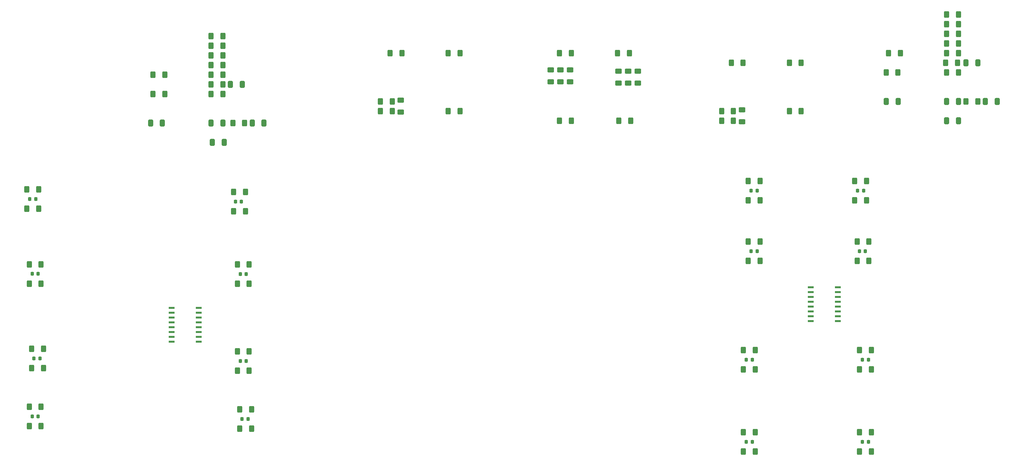
<source format=gbr>
%TF.GenerationSoftware,KiCad,Pcbnew,(6.0.5)*%
%TF.CreationDate,2023-04-26T04:57:18-04:00*%
%TF.ProjectId,as3340,61733333-3430-42e6-9b69-6361645f7063,rev?*%
%TF.SameCoordinates,Original*%
%TF.FileFunction,Paste,Top*%
%TF.FilePolarity,Positive*%
%FSLAX46Y46*%
G04 Gerber Fmt 4.6, Leading zero omitted, Abs format (unit mm)*
G04 Created by KiCad (PCBNEW (6.0.5)) date 2023-04-26 04:57:18*
%MOMM*%
%LPD*%
G01*
G04 APERTURE LIST*
G04 Aperture macros list*
%AMRoundRect*
0 Rectangle with rounded corners*
0 $1 Rounding radius*
0 $2 $3 $4 $5 $6 $7 $8 $9 X,Y pos of 4 corners*
0 Add a 4 corners polygon primitive as box body*
4,1,4,$2,$3,$4,$5,$6,$7,$8,$9,$2,$3,0*
0 Add four circle primitives for the rounded corners*
1,1,$1+$1,$2,$3*
1,1,$1+$1,$4,$5*
1,1,$1+$1,$6,$7*
1,1,$1+$1,$8,$9*
0 Add four rect primitives between the rounded corners*
20,1,$1+$1,$2,$3,$4,$5,0*
20,1,$1+$1,$4,$5,$6,$7,0*
20,1,$1+$1,$6,$7,$8,$9,0*
20,1,$1+$1,$8,$9,$2,$3,0*%
G04 Aperture macros list end*
%ADD10RoundRect,0.250000X-0.400000X-0.625000X0.400000X-0.625000X0.400000X0.625000X-0.400000X0.625000X0*%
%ADD11RoundRect,0.250000X0.400000X0.625000X-0.400000X0.625000X-0.400000X-0.625000X0.400000X-0.625000X0*%
%ADD12RoundRect,0.250000X-0.412500X-0.650000X0.412500X-0.650000X0.412500X0.650000X-0.412500X0.650000X0*%
%ADD13RoundRect,0.218750X0.218750X0.256250X-0.218750X0.256250X-0.218750X-0.256250X0.218750X-0.256250X0*%
%ADD14RoundRect,0.250000X-0.625000X0.400000X-0.625000X-0.400000X0.625000X-0.400000X0.625000X0.400000X0*%
%ADD15R,1.500000X0.600000*%
%ADD16RoundRect,0.250000X0.412500X0.650000X-0.412500X0.650000X-0.412500X-0.650000X0.412500X-0.650000X0*%
%ADD17RoundRect,0.250000X0.625000X-0.400000X0.625000X0.400000X-0.625000X0.400000X-0.625000X-0.400000X0*%
G04 APERTURE END LIST*
D10*
%TO.C,R62*%
X135610000Y-113665000D03*
X138710000Y-113665000D03*
%TD*%
D11*
%TO.C,R74*%
X46560000Y-156500000D03*
X43460000Y-156500000D03*
%TD*%
%TO.C,R73*%
X45925000Y-136815000D03*
X42825000Y-136815000D03*
%TD*%
%TO.C,R98*%
X263805000Y-150495000D03*
X260705000Y-150495000D03*
%TD*%
D12*
%TO.C,C6*%
X289267500Y-103505000D03*
X292392500Y-103505000D03*
%TD*%
D13*
%TO.C,D15*%
X262407500Y-137160000D03*
X260832500Y-137160000D03*
%TD*%
D11*
%TO.C,R40*%
X200940000Y-100965000D03*
X197840000Y-100965000D03*
%TD*%
D10*
%TO.C,R5*%
X284200000Y-93345000D03*
X287300000Y-93345000D03*
%TD*%
D13*
%TO.C,D12*%
X234467500Y-153035000D03*
X232892500Y-153035000D03*
%TD*%
D10*
%TO.C,R101*%
X260070000Y-139700000D03*
X263170000Y-139700000D03*
%TD*%
D11*
%TO.C,R97*%
X263170000Y-134620000D03*
X260070000Y-134620000D03*
%TD*%
D10*
%TO.C,R6*%
X284200000Y-95885000D03*
X287300000Y-95885000D03*
%TD*%
%TO.C,R48*%
X91160000Y-111760000D03*
X94260000Y-111760000D03*
%TD*%
D13*
%TO.C,D11*%
X234467500Y-137160000D03*
X232892500Y-137160000D03*
%TD*%
D11*
%TO.C,R35*%
X94260000Y-106680000D03*
X91160000Y-106680000D03*
%TD*%
D10*
%TO.C,R94*%
X232130000Y-155575000D03*
X235230000Y-155575000D03*
%TD*%
D14*
%TO.C,R64*%
X140970000Y-113385000D03*
X140970000Y-116485000D03*
%TD*%
D10*
%TO.C,R43*%
X182600000Y-100965000D03*
X185700000Y-100965000D03*
%TD*%
D12*
%TO.C,C3*%
X268322500Y-113665000D03*
X271447500Y-113665000D03*
%TD*%
%TO.C,C10*%
X75272500Y-119380000D03*
X78397500Y-119380000D03*
%TD*%
D14*
%TO.C,R55*%
X203200000Y-105765000D03*
X203200000Y-108865000D03*
%TD*%
D10*
%TO.C,R61*%
X225155000Y-116200000D03*
X228255000Y-116200000D03*
%TD*%
%TO.C,R72*%
X138150000Y-100965000D03*
X141250000Y-100965000D03*
%TD*%
D11*
%TO.C,R52*%
X79020000Y-111760000D03*
X75920000Y-111760000D03*
%TD*%
%TO.C,R75*%
X47195000Y-178725000D03*
X44095000Y-178725000D03*
%TD*%
D10*
%TO.C,R87*%
X98070000Y-184440000D03*
X101170000Y-184440000D03*
%TD*%
D11*
%TO.C,R92*%
X233960000Y-200660000D03*
X230860000Y-200660000D03*
%TD*%
D10*
%TO.C,R9*%
X284200000Y-98425000D03*
X287300000Y-98425000D03*
%TD*%
%TO.C,R93*%
X232130000Y-139700000D03*
X235230000Y-139700000D03*
%TD*%
D15*
%TO.C,U15*%
X248545000Y-162560000D03*
X248545000Y-163830000D03*
X248545000Y-165100000D03*
X248545000Y-166370000D03*
X248545000Y-167640000D03*
X248545000Y-168910000D03*
X248545000Y-170180000D03*
X248545000Y-171450000D03*
X255645000Y-171450000D03*
X255645000Y-170180000D03*
X255645000Y-168910000D03*
X255645000Y-167640000D03*
X255645000Y-166370000D03*
X255645000Y-165100000D03*
X255645000Y-163830000D03*
X255645000Y-162560000D03*
%TD*%
D11*
%TO.C,R99*%
X264440000Y-179070000D03*
X261340000Y-179070000D03*
%TD*%
D10*
%TO.C,R103*%
X261340000Y-184150000D03*
X264440000Y-184150000D03*
%TD*%
%TO.C,R86*%
X98070000Y-161580000D03*
X101170000Y-161580000D03*
%TD*%
D11*
%TO.C,R84*%
X101805000Y-194600000D03*
X98705000Y-194600000D03*
%TD*%
D16*
%TO.C,C4*%
X287322500Y-118745000D03*
X284197500Y-118745000D03*
%TD*%
D13*
%TO.C,D17*%
X263677500Y-181610000D03*
X262102500Y-181610000D03*
%TD*%
D10*
%TO.C,R80*%
X43460000Y-199045000D03*
X46560000Y-199045000D03*
%TD*%
%TO.C,R33*%
X91160000Y-99060000D03*
X94260000Y-99060000D03*
%TD*%
D14*
%TO.C,R63*%
X230515000Y-115920000D03*
X230515000Y-119020000D03*
%TD*%
D13*
%TO.C,D9*%
X100407500Y-181900000D03*
X98832500Y-181900000D03*
%TD*%
D10*
%TO.C,R95*%
X230860000Y-184150000D03*
X233960000Y-184150000D03*
%TD*%
D16*
%TO.C,C8*%
X105067500Y-119380000D03*
X101942500Y-119380000D03*
%TD*%
D10*
%TO.C,R37*%
X91160000Y-104140000D03*
X94260000Y-104140000D03*
%TD*%
D13*
%TO.C,D10*%
X100890000Y-197140000D03*
X99315000Y-197140000D03*
%TD*%
D10*
%TO.C,R45*%
X75920000Y-106680000D03*
X79020000Y-106680000D03*
%TD*%
%TO.C,R70*%
X153390000Y-100965000D03*
X156490000Y-100965000D03*
%TD*%
D17*
%TO.C,R51*%
X198120000Y-108865000D03*
X198120000Y-105765000D03*
%TD*%
D11*
%TO.C,R67*%
X228255000Y-118740000D03*
X225155000Y-118740000D03*
%TD*%
D15*
%TO.C,U14*%
X80830000Y-167930000D03*
X80830000Y-169200000D03*
X80830000Y-170470000D03*
X80830000Y-171740000D03*
X80830000Y-173010000D03*
X80830000Y-174280000D03*
X80830000Y-175550000D03*
X80830000Y-176820000D03*
X87930000Y-176820000D03*
X87930000Y-175550000D03*
X87930000Y-174280000D03*
X87930000Y-173010000D03*
X87930000Y-171740000D03*
X87930000Y-170470000D03*
X87930000Y-169200000D03*
X87930000Y-167930000D03*
%TD*%
D13*
%TO.C,D4*%
X45797500Y-159015000D03*
X44222500Y-159015000D03*
%TD*%
D11*
%TO.C,R10*%
X287030000Y-103505000D03*
X283930000Y-103505000D03*
%TD*%
%TO.C,R83*%
X101170000Y-179360000D03*
X98070000Y-179360000D03*
%TD*%
D10*
%TO.C,R11*%
X284200000Y-106045000D03*
X287300000Y-106045000D03*
%TD*%
D11*
%TO.C,R34*%
X94260000Y-109220000D03*
X91160000Y-109220000D03*
%TD*%
D13*
%TO.C,D14*%
X233197500Y-203200000D03*
X231622500Y-203200000D03*
%TD*%
%TO.C,D8*%
X98832500Y-159040000D03*
X100407500Y-159040000D03*
%TD*%
D11*
%TO.C,R76*%
X46560000Y-193965000D03*
X43460000Y-193965000D03*
%TD*%
%TO.C,R7*%
X94260000Y-96520000D03*
X91160000Y-96520000D03*
%TD*%
D14*
%TO.C,R57*%
X180340000Y-105410000D03*
X180340000Y-108510000D03*
%TD*%
D10*
%TO.C,R77*%
X42825000Y-141895000D03*
X45925000Y-141895000D03*
%TD*%
%TO.C,R88*%
X98705000Y-199680000D03*
X101805000Y-199680000D03*
%TD*%
D11*
%TO.C,R20*%
X287300000Y-90805000D03*
X284200000Y-90805000D03*
%TD*%
D10*
%TO.C,R102*%
X260705000Y-155575000D03*
X263805000Y-155575000D03*
%TD*%
D14*
%TO.C,R56*%
X182880000Y-105410000D03*
X182880000Y-108510000D03*
%TD*%
D11*
%TO.C,R38*%
X201295000Y-118745000D03*
X198195000Y-118745000D03*
%TD*%
D10*
%TO.C,R36*%
X91160000Y-101600000D03*
X94260000Y-101600000D03*
%TD*%
%TO.C,R69*%
X153390000Y-116205000D03*
X156490000Y-116205000D03*
%TD*%
D13*
%TO.C,D3*%
X45162500Y-139355000D03*
X43587500Y-139355000D03*
%TD*%
%TO.C,D18*%
X263677500Y-203200000D03*
X262102500Y-203200000D03*
%TD*%
D11*
%TO.C,R32*%
X287300000Y-100965000D03*
X284200000Y-100965000D03*
%TD*%
D10*
%TO.C,R85*%
X97080000Y-142530000D03*
X100180000Y-142530000D03*
%TD*%
D12*
%TO.C,C11*%
X96227500Y-109220000D03*
X99352500Y-109220000D03*
%TD*%
D10*
%TO.C,R96*%
X230860000Y-205740000D03*
X233960000Y-205740000D03*
%TD*%
D11*
%TO.C,R91*%
X233960000Y-179070000D03*
X230860000Y-179070000D03*
%TD*%
D10*
%TO.C,R8*%
X268970000Y-100965000D03*
X272070000Y-100965000D03*
%TD*%
%TO.C,R104*%
X261340000Y-205740000D03*
X264440000Y-205740000D03*
%TD*%
D11*
%TO.C,R81*%
X100180000Y-137450000D03*
X97080000Y-137450000D03*
%TD*%
%TO.C,R71*%
X138710000Y-116205000D03*
X135610000Y-116205000D03*
%TD*%
D13*
%TO.C,D13*%
X233197500Y-181610000D03*
X231622500Y-181610000D03*
%TD*%
D10*
%TO.C,R78*%
X43460000Y-161580000D03*
X46560000Y-161580000D03*
%TD*%
D11*
%TO.C,R90*%
X235230000Y-150495000D03*
X232130000Y-150495000D03*
%TD*%
%TO.C,R12*%
X271425000Y-106045000D03*
X268325000Y-106045000D03*
%TD*%
D10*
%TO.C,R3*%
X289280000Y-113665000D03*
X292380000Y-113665000D03*
%TD*%
%TO.C,R66*%
X242935000Y-103500000D03*
X246035000Y-103500000D03*
%TD*%
D17*
%TO.C,R53*%
X185420000Y-108510000D03*
X185420000Y-105410000D03*
%TD*%
D11*
%TO.C,R82*%
X101170000Y-156500000D03*
X98070000Y-156500000D03*
%TD*%
D13*
%TO.C,D16*%
X262890000Y-153035000D03*
X261315000Y-153035000D03*
%TD*%
D16*
%TO.C,C5*%
X287312500Y-113665000D03*
X284187500Y-113665000D03*
%TD*%
%TO.C,C9*%
X94615000Y-124460000D03*
X91490000Y-124460000D03*
%TD*%
D14*
%TO.C,R54*%
X200660000Y-105765000D03*
X200660000Y-108865000D03*
%TD*%
D13*
%TO.C,D7*%
X99137500Y-139990000D03*
X97562500Y-139990000D03*
%TD*%
D10*
%TO.C,R28*%
X96875000Y-119380000D03*
X99975000Y-119380000D03*
%TD*%
D16*
%TO.C,C2*%
X297472500Y-113665000D03*
X294347500Y-113665000D03*
%TD*%
D13*
%TO.C,D5*%
X46280000Y-181265000D03*
X44705000Y-181265000D03*
%TD*%
D11*
%TO.C,R100*%
X264440000Y-200660000D03*
X261340000Y-200660000D03*
%TD*%
%TO.C,R89*%
X235230000Y-134620000D03*
X232130000Y-134620000D03*
%TD*%
D13*
%TO.C,D6*%
X45797500Y-196505000D03*
X44222500Y-196505000D03*
%TD*%
D10*
%TO.C,R79*%
X44095000Y-183805000D03*
X47195000Y-183805000D03*
%TD*%
D16*
%TO.C,C12*%
X94272500Y-119380000D03*
X91147500Y-119380000D03*
%TD*%
D10*
%TO.C,R68*%
X227695000Y-103500000D03*
X230795000Y-103500000D03*
%TD*%
%TO.C,R65*%
X242935000Y-116200000D03*
X246035000Y-116200000D03*
%TD*%
%TO.C,R39*%
X182600000Y-118745000D03*
X185700000Y-118745000D03*
%TD*%
M02*

</source>
